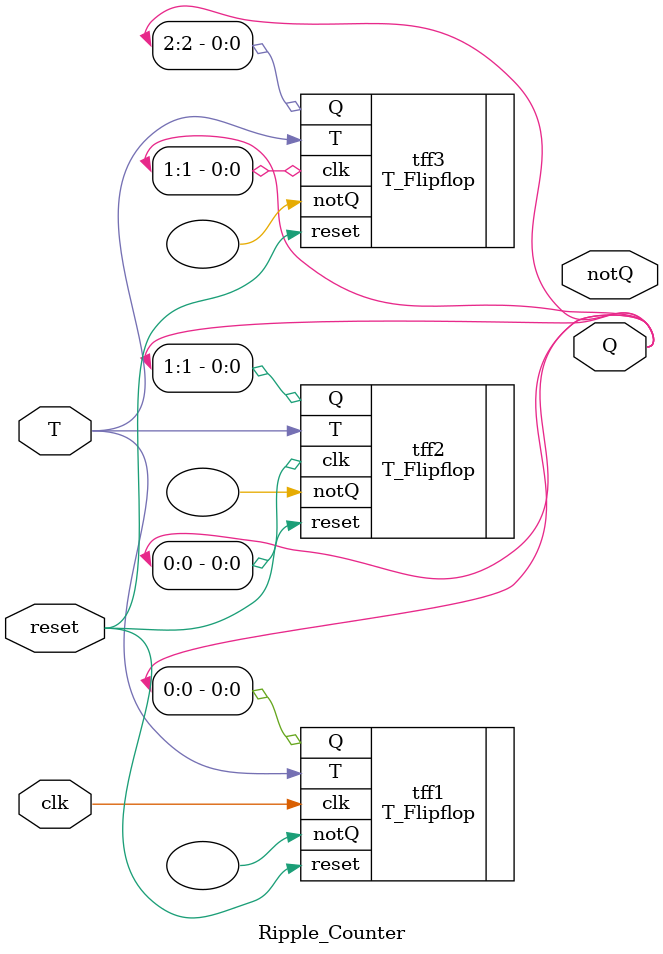
<source format=v>
`timescale 1ns / 1ps


module Ripple_Counter(
    input T,
    input clk,
    input reset,
    output [2:0] Q,
    output notQ
    );
    
    // Divide by two
    T_Flipflop tff1 (
        .T(T),
        .clk(clk),
        .reset(reset),
        .Q(Q[0]),
        .notQ()
    );
    
    //Divide to 4
    T_Flipflop tff2 (
        .T(T),
        .clk(Q[0]),
        .reset(reset),
        .Q(Q[1]),
        .notQ()
    );
    
    //Divide to 8
    T_Flipflop tff3 (
        .T(T),
        .clk(Q[1]),
        .reset(reset),
        .Q(Q[2]),
        .notQ()
    );
    
endmodule









</source>
